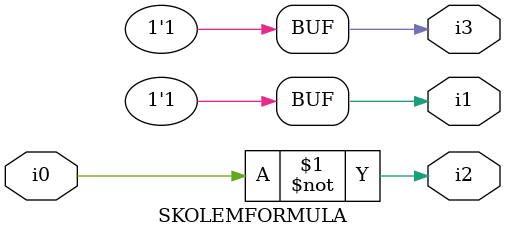
<source format=v>

module SKOLEMFORMULA ( 
    i0,
    i1, i2, i3  );
  input  i0;
  output i1, i2, i3;
  assign i1 = 1'b1;
  assign i3 = 1'b1;
  assign i2 = ~i0;
endmodule



</source>
